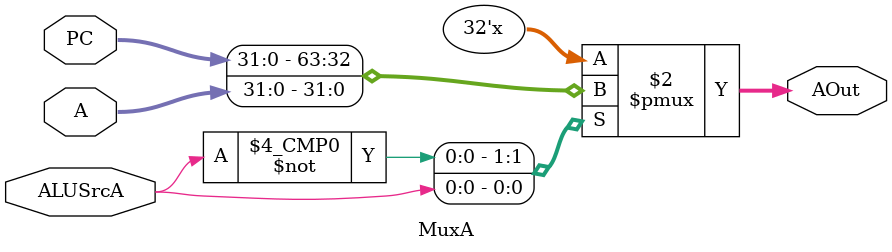
<source format=sv>
module MuxA
(
	input logic [31:0] PC, 
	input logic [31:0] A,
	input logic ALUSrcA,
	output logic [31:0] AOut
);

	always_comb
	begin
		case (ALUSrcA)
		1'b0: AOut <= PC;
		1'b1: AOut <= A;
		endcase
	end

endmodule: MuxA
</source>
